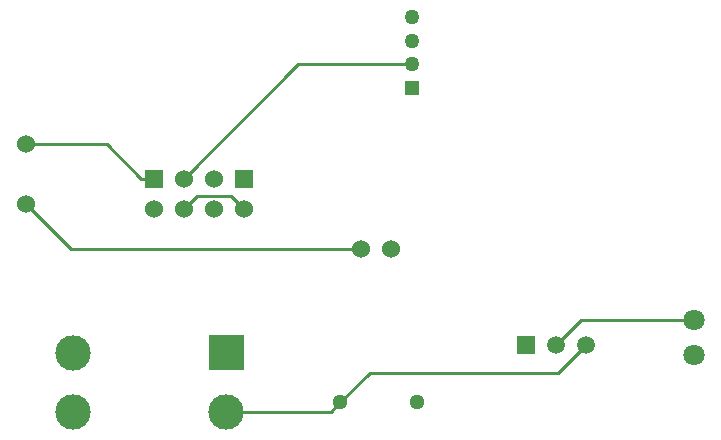
<source format=gtl>
G04 Layer: TopLayer*
G04 EasyEDA v6.5.9, 2022-08-24 00:16:20*
G04 Gerber Generator version 0.2*
G04 Scale: 100 percent, Rotated: No, Reflected: No *
G04 Dimensions in millimeters *
G04 leading zeros omitted , absolute positions ,4 integer and 5 decimal *
%FSLAX45Y45*%
%MOMM*%

%ADD10C,0.2540*%
%ADD11C,1.5080*%
%ADD12C,1.5240*%
%ADD13C,1.8000*%
%ADD14C,1.3005*%
%ADD15R,1.2700X1.2700*%
%ADD16C,1.2700*%
%ADD17C,3.0000*%

%LPD*%
D10*
X4381672Y3825237D02*
G01*
X3418834Y3825237D01*
X2451094Y2857497D01*
X2959094Y2603497D02*
G01*
X2847969Y2714622D01*
X2562219Y2714622D01*
X2451094Y2603497D01*
X1117594Y2641597D02*
G01*
X1498594Y2260597D01*
X3949694Y2260597D01*
X1117594Y3149597D02*
G01*
X1800829Y3149597D01*
X2092929Y2857497D01*
X2197094Y2857497D02*
G01*
X2092929Y2857497D01*
X2811292Y884298D02*
G01*
X3696075Y884298D01*
X3776974Y965197D01*
X3776974Y965197D02*
G01*
X4028282Y1216505D01*
X5623402Y1216505D01*
X5854694Y1447797D01*
X6769094Y1663722D02*
G01*
X5816620Y1663722D01*
X5600694Y1447797D01*
G36*
X5271300Y1523199D02*
G01*
X5422099Y1523199D01*
X5422099Y1372400D01*
X5271300Y1372400D01*
G37*
D11*
G01*
X5600700Y1447800D03*
G01*
X5854700Y1447800D03*
D12*
G01*
X3949700Y2260600D03*
G01*
X4203700Y2260600D03*
D13*
G01*
X6769100Y1663712D03*
G01*
X6769100Y1363687D03*
G36*
X2120900Y2933700D02*
G01*
X2273300Y2933700D01*
X2273300Y2781300D01*
X2120900Y2781300D01*
G37*
D12*
G01*
X2197100Y2603500D03*
G01*
X2451100Y2603500D03*
G01*
X2705100Y2857500D03*
G01*
X2705100Y2603500D03*
G36*
X2882900Y2933700D02*
G01*
X3035300Y2933700D01*
X3035300Y2781300D01*
X2882900Y2781300D01*
G37*
G01*
X2959100Y2603500D03*
G01*
X2451100Y2857500D03*
D14*
G01*
X3776979Y965200D03*
G01*
X4427220Y965200D03*
D15*
G01*
X4381334Y3624579D03*
D16*
G01*
X4381665Y3825239D03*
G01*
X4381665Y4023360D03*
G01*
X4381665Y4224020D03*
D17*
G01*
X1511300Y1384300D03*
G36*
X2661300Y1534299D02*
G01*
X2961299Y1534299D01*
X2961299Y1234300D01*
X2661300Y1234300D01*
G37*
G01*
X2811297Y884301D03*
G01*
X1511300Y884301D03*
D12*
G01*
X1117600Y3149600D03*
G01*
X1117600Y2641600D03*
M02*

</source>
